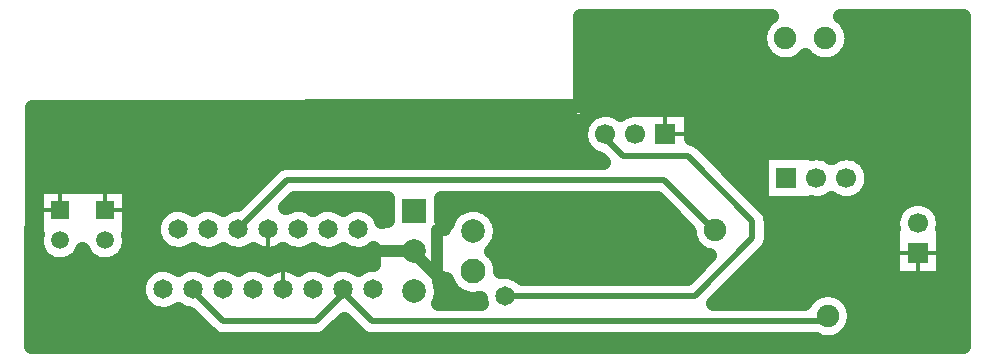
<source format=gbr>
G04 DipTrace 4.2.0.1*
G04 2 - Bottom.gbr*
%MOIN*%
G04 #@! TF.FileFunction,Copper,L2,Bot*
G04 #@! TF.Part,Single*
G04 #@! TA.AperFunction,Conductor*
%ADD15C,0.02*%
%ADD16C,0.01*%
G04 #@! TA.AperFunction,CopperBalancing*
%ADD17C,0.05*%
G04 #@! TA.AperFunction,ViaPad*
%ADD18C,0.04*%
G04 #@! TA.AperFunction,CopperBalancing*
%ADD19C,0.013*%
G04 #@! TA.AperFunction,ComponentPad*
%ADD20R,0.059055X0.059055*%
%ADD21C,0.059055*%
%ADD22C,0.065*%
%ADD24C,0.079134*%
%ADD25R,0.079134X0.079134*%
%ADD26C,0.082677*%
%ADD30C,0.075*%
%ADD31R,0.066929X0.066929*%
%ADD32C,0.066929*%
%FSLAX26Y26*%
G04*
G70*
G90*
G75*
G01*
G04 Bottom*
%LPD*%
X2301204Y1477196D2*
D16*
X2828620D1*
Y1205779D1*
Y1168322D1*
X2532372Y1124504D2*
X2782966D1*
Y1205779D1*
X2828620D1*
X3373564Y728301D2*
X3463451D1*
Y1131735D1*
X3054394D1*
X3029775D1*
Y1168322D1*
X2828620D1*
X3054394D1*
Y1131735D1*
X3065032Y1117633D2*
X3029775D1*
Y1131735D1*
X1785441Y652561D2*
D18*
X1770640D1*
X1693700Y729501D1*
Y734842D1*
X1563985D1*
Y719581D1*
X2150008Y762728D2*
X2161665D1*
Y893854D1*
X1797426D1*
Y803523D1*
X1770640D1*
Y652561D1*
X957451Y608600D2*
D15*
Y602347D1*
X1058759Y501039D1*
X1366745D1*
X1457451Y591745D1*
Y608600D1*
Y597710D1*
X1554123Y501039D1*
X3073275D1*
Y519389D1*
X1107451Y808600D2*
X1270927Y972077D1*
X2528485D1*
X2694196Y806365D1*
X2697804D1*
X2332372Y1124504D2*
X2341998D1*
Y1101302D1*
X2391535Y1051766D1*
X2607163D1*
X2822793Y836137D1*
Y777859D1*
X2630133Y585200D1*
X1997100D1*
D18*
X1785441Y652561D3*
X2301204Y1477196D3*
X2286634Y1386865D3*
X2828620Y1168322D3*
X1042396Y1206204D3*
X2560541Y445674D3*
X3446368Y474813D3*
X3478422Y1025541D3*
X2907296Y871104D3*
X2895640Y702098D3*
X2414846Y1337329D3*
X1563985Y719581D3*
X462528Y1200376D3*
X453787Y445674D3*
X2150008Y762728D3*
X2253695Y1468831D2*
D17*
X2842943D1*
X3155070D2*
X3518696D1*
X2253695Y1418962D2*
X2843894D1*
X3154119D2*
X3518696D1*
X2253695Y1369094D2*
X2883851D1*
X2982431D2*
X3015582D1*
X3114144D2*
X3518696D1*
X2253695Y1319225D2*
X3518696D1*
X2253695Y1269356D2*
X3518696D1*
X2253695Y1219487D2*
X3518696D1*
X425360Y1169619D2*
X2256165D1*
X2621670D2*
X3518696D1*
X425252Y1119750D2*
X2243210D1*
X2621670D2*
X3518696D1*
X425145Y1069881D2*
X2263162D1*
X2680070D2*
X3518696D1*
X425037Y1020012D2*
X1228477D1*
X2729949D2*
X2846137D1*
X3214405D2*
X3518696D1*
X424930Y970144D2*
X1177970D1*
X2779810D2*
X2846137D1*
X3224200D2*
X3518696D1*
X749860Y920275D2*
X1128091D1*
X2829690D2*
X2846137D1*
X3200338D2*
X3518696D1*
X749860Y870406D2*
X846562D1*
X1568343D2*
X1598300D1*
X1789103D2*
X1826721D1*
X1954385D2*
X2539129D1*
X2878062D2*
X3295532D1*
X3451599D2*
X3518696D1*
X749860Y820537D2*
X819972D1*
X1983989D2*
X2588990D1*
X2888629D2*
X3284624D1*
X3462507D2*
X3518696D1*
X749860Y770669D2*
X828243D1*
X1980436D2*
X2612010D1*
X2888199D2*
X3284264D1*
X3462867D2*
X3518696D1*
X424409Y720800D2*
X446220D1*
X732780D2*
X1554772D1*
X1971035D2*
X2670860D1*
X2856764D2*
X3284264D1*
X3462867D2*
X3518696D1*
X424301Y670931D2*
X797132D1*
X1987667D2*
X2624839D1*
X2806903D2*
X3284264D1*
X3462867D2*
X3518696D1*
X424193Y621062D2*
X770057D1*
X1786842D2*
X1806176D1*
X2757024D2*
X3518696D1*
X424086Y571193D2*
X777987D1*
X1784043D2*
X1909955D1*
X2707163D2*
X2996725D1*
X3149831D2*
X3518696D1*
X423978Y521325D2*
X947451D1*
X3166588D2*
X3518696D1*
X423871Y471456D2*
X997312D1*
X1428197D2*
X1492675D1*
X3152468D2*
X3518696D1*
X423763Y421587D2*
X3518696D1*
X587208Y950692D2*
X744868D1*
Y789970D1*
X742431D1*
X742781Y788527D1*
X744344Y779486D1*
X744868Y770331D1*
X744343Y761165D1*
X742779Y752124D1*
X740192Y743321D1*
X736620Y734869D1*
X732108Y726880D1*
X726714Y719457D1*
X720510Y712697D1*
X713574Y706690D1*
X706001Y701511D1*
X697885Y697230D1*
X689334Y693902D1*
X680460Y691570D1*
X671378Y690264D1*
X662207Y690003D1*
X653065Y690789D1*
X644073Y692612D1*
X635346Y695448D1*
X627001Y699260D1*
X619144Y703999D1*
X611877Y709603D1*
X605298Y715998D1*
X599490Y723102D1*
X594531Y730821D1*
X590482Y739054D1*
X589565Y741629D1*
X586620Y734869D1*
X582108Y726880D1*
X576714Y719457D1*
X570510Y712697D1*
X563574Y706690D1*
X556001Y701511D1*
X547885Y697230D1*
X539334Y693902D1*
X530460Y691570D1*
X521378Y690264D1*
X512207Y690003D1*
X503065Y690789D1*
X494073Y692612D1*
X485346Y695448D1*
X477001Y699260D1*
X469144Y703999D1*
X461877Y709603D1*
X455298Y715998D1*
X449490Y723102D1*
X444531Y730821D1*
X440482Y739054D1*
X437399Y747696D1*
X435322Y756634D1*
X434277Y765750D1*
Y774924D1*
X435325Y784040D1*
X436703Y789966D1*
X434146Y789970D1*
Y950692D1*
X587208D1*
X2865788Y879174D2*
X2650179Y1094781D1*
X2644651Y1099675D1*
X2637018Y1104770D1*
X2628704Y1108658D1*
X2619901Y1111251D1*
X2616670Y1111852D1*
Y1208802D1*
X2448074D1*
Y1207239D1*
X2446064Y1207683D1*
X2436990Y1208676D1*
X2427863Y1208682D1*
X2418788Y1207700D1*
X2409872Y1205745D1*
X2401221Y1202835D1*
X2392934Y1199008D1*
X2385109Y1194308D1*
X2382270Y1192308D1*
X2379724Y1194246D1*
X2371906Y1198957D1*
X2363624Y1202794D1*
X2354977Y1205716D1*
X2346064Y1207683D1*
X2336990Y1208676D1*
X2327863Y1208682D1*
X2318788Y1207700D1*
X2309872Y1205745D1*
X2301221Y1202835D1*
X2292934Y1199008D1*
X2285109Y1194308D1*
X2277840Y1188788D1*
X2271209Y1182515D1*
X2265296Y1175562D1*
X2260169Y1168011D1*
X2255888Y1159949D1*
X2252504Y1151473D1*
X2250057Y1142679D1*
X2248574Y1133672D1*
X2248074Y1124558D1*
X2248562Y1115444D1*
X2250033Y1106436D1*
X2252469Y1097640D1*
X2255843Y1089158D1*
X2260112Y1081091D1*
X2265230Y1073533D1*
X2271134Y1066573D1*
X2277758Y1060291D1*
X2285020Y1054763D1*
X2292838Y1050052D1*
X2301120Y1046214D1*
X2309767Y1043293D1*
X2315322Y1041947D1*
X2324351Y1032910D1*
X1280040D1*
X1269081Y1032882D1*
X1259955Y1031913D1*
X1251078Y1029581D1*
X1242653Y1025940D1*
X1234872Y1021074D1*
X1227911Y1015092D1*
X1104575Y891759D1*
X1100570Y891649D1*
X1091476Y890388D1*
X1082575Y888134D1*
X1073977Y884915D1*
X1065784Y880770D1*
X1058098Y875747D1*
X1057343Y875193D1*
X1053029Y878364D1*
X1045079Y882955D1*
X1036671Y886642D1*
X1027909Y889384D1*
X1018897Y891144D1*
X1009747Y891902D1*
X1000570Y891649D1*
X991476Y890388D1*
X982575Y888134D1*
X973977Y884915D1*
X965784Y880770D1*
X958098Y875747D1*
X957343Y875193D1*
X953029Y878364D1*
X945079Y882955D1*
X936671Y886642D1*
X927909Y889384D1*
X918897Y891144D1*
X909747Y891902D1*
X900570Y891649D1*
X891476Y890388D1*
X882575Y888134D1*
X873977Y884915D1*
X865784Y880770D1*
X858098Y875747D1*
X851011Y869911D1*
X844608Y863330D1*
X838969Y856085D1*
X834162Y848263D1*
X830243Y839960D1*
X827262Y831276D1*
X825254Y822317D1*
X824243Y813191D1*
Y804010D1*
X825254Y794885D1*
X827262Y785926D1*
X830243Y777242D1*
X834161Y768939D1*
X838969Y761116D1*
X844608Y753871D1*
X851010Y747291D1*
X858098Y741453D1*
X865784Y736432D1*
X873976Y732287D1*
X882574Y729066D1*
X891474Y726813D1*
X900569Y725552D1*
X909746Y725298D1*
X918897Y726057D1*
X927907Y727817D1*
X936670Y730557D1*
X945078Y734246D1*
X953029Y738836D1*
X957481Y741961D1*
X958098Y741453D1*
X965784Y736432D1*
X973976Y732287D1*
X982574Y729066D1*
X991474Y726813D1*
X1000569Y725552D1*
X1009746Y725298D1*
X1018897Y726057D1*
X1027907Y727817D1*
X1036670Y730557D1*
X1045078Y734246D1*
X1053029Y738836D1*
X1057481Y741961D1*
X1058098Y741453D1*
X1065784Y736432D1*
X1073976Y732287D1*
X1082574Y729066D1*
X1091474Y726813D1*
X1100569Y725552D1*
X1109746Y725298D1*
X1118897Y726057D1*
X1127907Y727817D1*
X1136670Y730557D1*
X1145078Y734246D1*
X1153029Y738836D1*
X1157459Y741941D1*
X1158098Y741453D1*
X1160598Y739686D1*
X1163161Y738011D1*
X1165784Y736431D1*
X1168464Y734949D1*
X1171195Y733567D1*
X1173976Y732285D1*
X1176802Y731108D1*
X1179670Y730035D1*
X1182574Y729066D1*
X1185512Y728207D1*
X1188481Y727455D1*
X1191474Y726813D1*
X1194490Y726281D1*
X1197523Y725860D1*
X1200569Y725552D1*
X1203624Y725355D1*
X1206686Y725271D1*
X1209747Y725298D1*
X1212805Y725439D1*
X1215856Y725692D1*
X1218897Y726057D1*
X1221922Y726533D1*
X1224926Y727120D1*
X1227907Y727817D1*
X1230861Y728623D1*
X1233784Y729537D1*
X1236670Y730557D1*
X1239518Y731684D1*
X1242322Y732914D1*
X1245078Y734246D1*
X1247784Y735678D1*
X1250436Y737209D1*
X1253029Y738836D1*
X1255562Y740558D1*
X1257481Y741961D1*
X1258098Y741453D1*
X1265784Y736432D1*
X1273976Y732287D1*
X1282574Y729066D1*
X1291474Y726813D1*
X1300569Y725552D1*
X1309746Y725298D1*
X1318897Y726057D1*
X1327907Y727817D1*
X1336670Y730557D1*
X1345078Y734246D1*
X1353029Y738836D1*
X1357481Y741961D1*
X1358098Y741453D1*
X1365784Y736432D1*
X1373976Y732287D1*
X1382574Y729066D1*
X1391474Y726813D1*
X1400569Y725552D1*
X1409746Y725298D1*
X1418897Y726057D1*
X1427907Y727817D1*
X1436670Y730557D1*
X1445078Y734246D1*
X1453029Y738836D1*
X1457481Y741961D1*
X1458098Y741453D1*
X1465784Y736432D1*
X1473976Y732287D1*
X1482574Y729066D1*
X1491474Y726813D1*
X1500569Y725552D1*
X1509746Y725298D1*
X1518897Y726057D1*
X1527907Y727817D1*
X1536670Y730557D1*
X1545078Y734246D1*
X1553029Y738836D1*
X1559775Y743741D1*
X1559773Y691899D1*
X1550570Y691649D1*
X1541476Y690388D1*
X1532575Y688134D1*
X1523977Y684915D1*
X1515784Y680770D1*
X1508098Y675747D1*
X1507346Y675192D1*
X1503032Y678363D1*
X1495081Y682953D1*
X1486674Y686642D1*
X1477910Y689382D1*
X1468899Y691144D1*
X1459750Y691902D1*
X1450571Y691649D1*
X1441478Y690389D1*
X1432577Y688134D1*
X1423978Y684915D1*
X1415787Y680771D1*
X1408100Y675749D1*
X1407343Y675193D1*
X1403029Y678364D1*
X1395079Y682955D1*
X1386671Y686642D1*
X1377909Y689384D1*
X1368897Y691144D1*
X1359747Y691902D1*
X1350570Y691649D1*
X1341476Y690388D1*
X1332575Y688134D1*
X1323977Y684915D1*
X1315784Y680770D1*
X1308098Y675747D1*
X1307444Y675259D1*
X1305562Y676642D1*
X1303029Y678364D1*
X1300436Y679991D1*
X1297784Y681523D1*
X1295078Y682955D1*
X1292322Y684287D1*
X1289518Y685516D1*
X1286671Y686642D1*
X1283784Y687663D1*
X1280861Y688578D1*
X1277907Y689384D1*
X1274927Y690081D1*
X1271922Y690667D1*
X1268897Y691144D1*
X1265857Y691508D1*
X1262805Y691762D1*
X1259747Y691902D1*
X1256686Y691930D1*
X1253625Y691846D1*
X1250569Y691649D1*
X1247523Y691340D1*
X1244490Y690919D1*
X1241474Y690388D1*
X1238481Y689746D1*
X1235514Y688994D1*
X1232574Y688134D1*
X1229670Y687166D1*
X1226802Y686092D1*
X1223976Y684915D1*
X1221195Y683633D1*
X1218464Y682251D1*
X1215784Y680770D1*
X1213161Y679190D1*
X1210598Y677515D1*
X1207343Y675193D1*
X1203029Y678364D1*
X1195079Y682955D1*
X1186671Y686642D1*
X1177909Y689384D1*
X1168897Y691144D1*
X1159747Y691902D1*
X1150570Y691649D1*
X1141476Y690388D1*
X1132575Y688134D1*
X1123977Y684915D1*
X1115784Y680770D1*
X1108098Y675747D1*
X1107343Y675193D1*
X1103029Y678364D1*
X1095079Y682955D1*
X1086671Y686642D1*
X1077909Y689384D1*
X1068897Y691144D1*
X1059747Y691902D1*
X1050570Y691649D1*
X1041476Y690388D1*
X1032575Y688134D1*
X1023977Y684915D1*
X1015784Y680770D1*
X1008098Y675747D1*
X1007343Y675193D1*
X1003029Y678364D1*
X995079Y682955D1*
X986671Y686642D1*
X977909Y689384D1*
X968897Y691144D1*
X959747Y691902D1*
X950570Y691649D1*
X941476Y690388D1*
X932575Y688134D1*
X923977Y684915D1*
X915784Y680770D1*
X908098Y675747D1*
X907343Y675193D1*
X903029Y678364D1*
X895079Y682955D1*
X886671Y686642D1*
X877909Y689384D1*
X868897Y691144D1*
X859747Y691902D1*
X850570Y691649D1*
X841476Y690388D1*
X832575Y688134D1*
X823977Y684915D1*
X815784Y680770D1*
X808098Y675747D1*
X801011Y669911D1*
X794608Y663330D1*
X788969Y656085D1*
X784162Y648263D1*
X780243Y639960D1*
X777262Y631276D1*
X775254Y622317D1*
X774243Y613191D1*
Y604010D1*
X775254Y594885D1*
X777262Y585926D1*
X780243Y577242D1*
X784161Y568939D1*
X788969Y561116D1*
X794608Y553871D1*
X801010Y547291D1*
X808098Y541453D1*
X815784Y536432D1*
X823976Y532287D1*
X832574Y529066D1*
X841474Y526813D1*
X850569Y525552D1*
X859746Y525298D1*
X868897Y526057D1*
X877907Y527817D1*
X886670Y530557D1*
X895078Y534246D1*
X903029Y538836D1*
X907343Y542006D1*
X907481Y541961D1*
X908098Y541453D1*
X915784Y536432D1*
X923976Y532287D1*
X932574Y529066D1*
X941474Y526813D1*
X947842Y525930D1*
X1009411Y464355D1*
X1017069Y456737D1*
X1024208Y450969D1*
X1032133Y446342D1*
X1040665Y442959D1*
X1049608Y440897D1*
X1058759Y440205D1*
X1357687D1*
X1368591Y440233D1*
X1377717Y441203D1*
X1386594Y443535D1*
X1395019Y447175D1*
X1402800Y452041D1*
X1409760Y458023D1*
X1460439Y508691D1*
X1505065Y464065D1*
X1512432Y456737D1*
X1519571Y450969D1*
X1527497Y446342D1*
X1536028Y442959D1*
X1544972Y440897D1*
X1554123Y440205D1*
X3034386Y440201D1*
X3037405Y438666D1*
X3046039Y435359D1*
X3054972Y432973D1*
X3064106Y431533D1*
X3073339Y431056D1*
X3082571Y431546D1*
X3091703Y432999D1*
X3100632Y435398D1*
X3109262Y438718D1*
X3117497Y442922D1*
X3125247Y447964D1*
X3132428Y453788D1*
X3138962Y460330D1*
X3144776Y467520D1*
X3149805Y475277D1*
X3153998Y483519D1*
X3157305Y492153D1*
X3159691Y501086D1*
X3161130Y510220D1*
X3161608Y519453D1*
X3161117Y528686D1*
X3159665Y537817D1*
X3157266Y546746D1*
X3153945Y555376D1*
X3149742Y563611D1*
X3144700Y571361D1*
X3138876Y578543D1*
X3132334Y585077D1*
X3125144Y590890D1*
X3117386Y595919D1*
X3109145Y600112D1*
X3100511Y603419D1*
X3091578Y605805D1*
X3082444Y607245D1*
X3073210Y607722D1*
X3063978Y607231D1*
X3054847Y605779D1*
X3045918Y603380D1*
X3037288Y600060D1*
X3029053Y595856D1*
X3021302Y590814D1*
X3014121Y584990D1*
X3007587Y578448D1*
X3001773Y571258D1*
X2996745Y563501D1*
X2995913Y561867D1*
X2867735Y561872D1*
X2692838Y561873D1*
X2865809Y734843D1*
X2870703Y740371D1*
X2875797Y748004D1*
X2879684Y756317D1*
X2882277Y765121D1*
X2883518Y774224D1*
X2883627Y777888D1*
Y836137D1*
X2883179Y843506D1*
X2881382Y852506D1*
X2878254Y861133D1*
X2873863Y869192D1*
X2868302Y876504D1*
X2865788Y879174D1*
X1595314Y837993D2*
X1586842Y834451D1*
X1586642Y834338D1*
X1586268Y835658D1*
X1582814Y844165D1*
X1578444Y852239D1*
X1573213Y859784D1*
X1567183Y866708D1*
X1560428Y872927D1*
X1553029Y878364D1*
X1545079Y882955D1*
X1536671Y886642D1*
X1527909Y889384D1*
X1518897Y891144D1*
X1509747Y891902D1*
X1500570Y891649D1*
X1491476Y890388D1*
X1482575Y888134D1*
X1473977Y884915D1*
X1465784Y880770D1*
X1458098Y875747D1*
X1457343Y875193D1*
X1453029Y878364D1*
X1445079Y882955D1*
X1436671Y886642D1*
X1427909Y889384D1*
X1418897Y891144D1*
X1409747Y891902D1*
X1400570Y891649D1*
X1391476Y890388D1*
X1382575Y888134D1*
X1373977Y884915D1*
X1365784Y880770D1*
X1358098Y875747D1*
X1357384Y875222D1*
X1356064Y876285D1*
X1348323Y881222D1*
X1340086Y885277D1*
X1331453Y888402D1*
X1322528Y890558D1*
X1313420Y891720D1*
X1304241Y891872D1*
X1295099Y891014D1*
X1286108Y889154D1*
X1284338Y888665D1*
X1282578Y888136D1*
X1280831Y887567D1*
X1279096Y886961D1*
X1277376Y886317D1*
X1275670Y885636D1*
X1273980Y884917D1*
X1272305Y884159D1*
X1270648Y883367D1*
X1269008Y882537D1*
X1267388Y881671D1*
X1265465Y880583D1*
X1296125Y911243D1*
X1603300Y911242D1*
Y839814D1*
X1595314Y837993D1*
X1980485Y792600D2*
X1979095Y783549D1*
X1976797Y774684D1*
X1973615Y766098D1*
X1969579Y757877D1*
X1964733Y750108D1*
X1959127Y742868D1*
X1952815Y736233D1*
X1952619Y736064D1*
X1954903Y733899D1*
X1961154Y727165D1*
X1966703Y719840D1*
X1971495Y711999D1*
X1975482Y703721D1*
X1978625Y695087D1*
X1980893Y686182D1*
X1982264Y677096D1*
X1982722Y667913D1*
X1982691Y667276D1*
X1990220Y668249D1*
X1999397Y668502D1*
X2008546Y667743D1*
X2017558Y665983D1*
X2026321Y663242D1*
X2034729Y659554D1*
X2042679Y654964D1*
X2050078Y649527D1*
X2053871Y646035D1*
X2604934Y646033D1*
X2678968Y720065D1*
X2670567Y722335D1*
X2661934Y725642D1*
X2653692Y729835D1*
X2645935Y734864D1*
X2638745Y740678D1*
X2632203Y747212D1*
X2626378Y754393D1*
X2621336Y762144D1*
X2617133Y770378D1*
X2613813Y779008D1*
X2611414Y787938D1*
X2609961Y797069D1*
X2609540Y804994D1*
X2503291Y911241D1*
X1784096Y911243D1*
X1784100Y837713D1*
X1785940Y837062D1*
X1794193Y833056D1*
X1801598Y827625D1*
X1804304Y828857D1*
X1807486Y837444D1*
X1811522Y845665D1*
X1816368Y853434D1*
X1821974Y860674D1*
X1828285Y867309D1*
X1835235Y873272D1*
X1842754Y878502D1*
X1850762Y882944D1*
X1859178Y886553D1*
X1867915Y889292D1*
X1876886Y891133D1*
X1885997Y892057D1*
X1895154Y892054D1*
X1904264Y891125D1*
X1913234Y889279D1*
X1921970Y886535D1*
X1930385Y882922D1*
X1938390Y878476D1*
X1945905Y873242D1*
X1952851Y867275D1*
X1959158Y860636D1*
X1964762Y853393D1*
X1969604Y845620D1*
X1973634Y837398D1*
X1976813Y828809D1*
X1979106Y819944D1*
X1980490Y810892D1*
X1980951Y801771D1*
X1980485Y792600D1*
X1777773Y633935D2*
X1779962Y628022D1*
X1782255Y619157D1*
X1783640Y610104D1*
X1784100Y600983D1*
X1783634Y591813D1*
X1782245Y582762D1*
X1779947Y573897D1*
X1776764Y565310D1*
X1775074Y561867D1*
X1917102Y561872D1*
X1916911Y562525D1*
X1914903Y571485D1*
X1914094Y578801D1*
X1914007Y578842D1*
X1906562Y577142D1*
X1897444Y575999D1*
X1888259Y575770D1*
X1879095Y576455D1*
X1870046Y578050D1*
X1861201Y580539D1*
X1852648Y583894D1*
X1844470Y588086D1*
X1836751Y593071D1*
X1829566Y598800D1*
X1822987Y605216D1*
X1817081Y612254D1*
X1811905Y619846D1*
X1807510Y627915D1*
X1803939Y636382D1*
X1802085Y642393D1*
X1801469Y641981D1*
X1793356Y637699D1*
X1784596Y634944D1*
X1777773Y633935D1*
X2860325Y1063892D2*
X3019734D1*
Y1062411D1*
X3021852Y1062789D1*
X3030927Y1063771D1*
X3040054Y1063766D1*
X3049128Y1062772D1*
X3058041Y1060805D1*
X3066688Y1057884D1*
X3074970Y1054046D1*
X3082788Y1049335D1*
X3085334Y1047397D1*
X3088174Y1049397D1*
X3095998Y1054098D1*
X3104285Y1057924D1*
X3112936Y1060834D1*
X3121852Y1062789D1*
X3130927Y1063771D1*
X3140054Y1063766D1*
X3149128Y1062772D1*
X3158041Y1060805D1*
X3166688Y1057884D1*
X3174970Y1054046D1*
X3182788Y1049335D1*
X3190050Y1043808D1*
X3196674Y1037525D1*
X3202578Y1030565D1*
X3207696Y1023007D1*
X3211965Y1014940D1*
X3215339Y1006459D1*
X3217775Y997662D1*
X3219246Y988654D1*
X3219734Y979594D1*
X3219234Y970426D1*
X3217751Y961419D1*
X3215304Y952625D1*
X3211920Y944149D1*
X3207640Y936087D1*
X3202512Y928536D1*
X3196599Y921583D1*
X3189968Y915310D1*
X3182699Y909791D1*
X3174875Y905090D1*
X3166587Y901263D1*
X3157936Y898354D1*
X3149020Y896398D1*
X3139945Y895417D1*
X3130818Y895422D1*
X3121745Y896415D1*
X3112831Y898382D1*
X3104184Y901304D1*
X3095902Y905141D1*
X3088085Y909852D1*
X3085539Y911791D1*
X3082699Y909791D1*
X3074875Y905090D1*
X3066587Y901263D1*
X3057936Y898354D1*
X3049020Y896398D1*
X3039945Y895417D1*
X3030818Y895422D1*
X3021745Y896415D1*
X3019734Y896859D1*
Y895296D1*
X2851138D1*
Y1063892D1*
X2860325D1*
X3456388Y812599D2*
X3457861D1*
Y644003D1*
X3289266D1*
Y812599D1*
X3290739D1*
X3289754Y819241D1*
X3289266Y828355D1*
X3289766Y837469D1*
X3291249Y846476D1*
X3293696Y855270D1*
X3297079Y863746D1*
X3301360Y871808D1*
X3306487Y879359D1*
X3312401Y886312D1*
X3319032Y892585D1*
X3326301Y898104D1*
X3334125Y902805D1*
X3342413Y906632D1*
X3351064Y909541D1*
X3359980Y911497D1*
X3369054Y912478D1*
X3378182Y912473D1*
X3387255Y911480D1*
X3396169Y909512D1*
X3404815Y906591D1*
X3413098Y902754D1*
X3420915Y898043D1*
X3428178Y892515D1*
X3434801Y886233D1*
X3440705Y879272D1*
X3445823Y871714D1*
X3450092Y863648D1*
X3453466Y855166D1*
X3455902Y846369D1*
X3457373Y837361D1*
X3457861Y828301D1*
X3457361Y819133D1*
X3456285Y812598D1*
X2248700Y1243718D2*
Y1518700D1*
X2883854Y1518697D1*
X2881167Y1516949D1*
X2873986Y1511125D1*
X2867452Y1504583D1*
X2861638Y1497393D1*
X2856609Y1489636D1*
X2852417Y1481394D1*
X2849109Y1472760D1*
X2846724Y1463827D1*
X2845284Y1454693D1*
X2844806Y1445460D1*
X2845297Y1436228D1*
X2846750Y1427096D1*
X2849149Y1418167D1*
X2852469Y1409537D1*
X2856672Y1401302D1*
X2861714Y1393552D1*
X2867539Y1386371D1*
X2874081Y1379836D1*
X2881271Y1374023D1*
X2889028Y1368994D1*
X2897270Y1364801D1*
X2905903Y1361494D1*
X2914836Y1359108D1*
X2923970Y1357669D1*
X2933204Y1357191D1*
X2942436Y1357682D1*
X2951567Y1359134D1*
X2960497Y1361533D1*
X2969127Y1364854D1*
X2977361Y1369057D1*
X2985112Y1374099D1*
X2992293Y1379923D1*
X2998827Y1386465D1*
X2999019Y1386671D1*
X2999264Y1386371D1*
X3005806Y1379836D1*
X3012997Y1374023D1*
X3020754Y1368994D1*
X3028995Y1364801D1*
X3037629Y1361494D1*
X3046562Y1359108D1*
X3055696Y1357669D1*
X3064930Y1357191D1*
X3074162Y1357682D1*
X3083293Y1359134D1*
X3092222Y1361533D1*
X3100852Y1364854D1*
X3109087Y1369057D1*
X3116838Y1374099D1*
X3124019Y1379923D1*
X3130553Y1386465D1*
X3136367Y1393655D1*
X3141396Y1401413D1*
X3145588Y1409654D1*
X3148896Y1418288D1*
X3151281Y1427221D1*
X3152721Y1436355D1*
X3153199Y1445588D1*
X3152708Y1454821D1*
X3151255Y1463952D1*
X3148856Y1472881D1*
X3145536Y1481511D1*
X3141333Y1489746D1*
X3136291Y1497497D1*
X3130466Y1504678D1*
X3123924Y1511212D1*
X3116734Y1517025D1*
X3114151Y1518700D1*
X3523700Y1518709D1*
X3523692Y418700D1*
X418754Y418697D1*
X420459Y1213330D1*
X2223775Y1218700D1*
X2228788Y1219224D1*
X2237242Y1222684D1*
X2243886Y1228952D1*
X2247838Y1237197D1*
X2248700Y1243718D1*
X664507Y950657D2*
D19*
Y870331D1*
X744833D1*
X1207451Y808600D2*
Y725302D1*
X1257451Y691898D2*
Y608600D1*
X514507Y950657D2*
Y870331D1*
X434182D2*
X514507D1*
X2532372Y1124504D2*
Y1208767D1*
X2616634Y1124504D2*
X2532372D1*
X3289301Y728301D2*
X3457826D1*
X3373564Y644039D2*
Y728301D1*
D20*
X664507Y870331D3*
D21*
Y770331D3*
D22*
X857451Y608600D3*
X907451Y808600D3*
X957451Y608600D3*
X1007451Y808600D3*
X1057451Y608600D3*
X1107451Y808600D3*
X1157451Y608600D3*
X1207451Y808600D3*
X1257451Y608600D3*
X1307451Y808600D3*
X1357451Y608600D3*
X1407451Y808600D3*
X1457451Y608600D3*
X1507451Y808600D3*
X1557451Y608600D3*
D20*
X514507Y870331D3*
D21*
Y770331D3*
D24*
X1890550Y801771D3*
D25*
X1693700Y868700D3*
D26*
X1890550Y667913D3*
D24*
X1693700Y734842D3*
Y600983D3*
D30*
X3073275Y519389D3*
X2697804Y806365D3*
D31*
X2935436Y979594D3*
D32*
X3035436D3*
X3135436D3*
D31*
X2532372Y1124504D3*
D32*
X2432372D3*
X2332372D3*
D31*
X3373564Y728301D3*
D32*
Y828301D3*
D22*
X1997100Y585200D3*
D30*
X2933140Y1445524D3*
X3064865D3*
M02*

</source>
